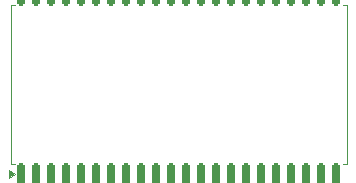
<source format=gto>
%TF.GenerationSoftware,KiCad,Pcbnew,8.0.7*%
%TF.CreationDate,2025-04-08T08:44:32+02:00*%
%TF.ProjectId,Am29F400B-MEGA-adapter,416d3239-4634-4303-9042-2d4d4547412d,rev?*%
%TF.SameCoordinates,Original*%
%TF.FileFunction,Legend,Top*%
%TF.FilePolarity,Positive*%
%FSLAX46Y46*%
G04 Gerber Fmt 4.6, Leading zero omitted, Abs format (unit mm)*
G04 Created by KiCad (PCBNEW 8.0.7) date 2025-04-08 08:44:32*
%MOMM*%
%LPD*%
G01*
G04 APERTURE LIST*
G04 Aperture macros list*
%AMRoundRect*
0 Rectangle with rounded corners*
0 $1 Rounding radius*
0 $2 $3 $4 $5 $6 $7 $8 $9 X,Y pos of 4 corners*
0 Add a 4 corners polygon primitive as box body*
4,1,4,$2,$3,$4,$5,$6,$7,$8,$9,$2,$3,0*
0 Add four circle primitives for the rounded corners*
1,1,$1+$1,$2,$3*
1,1,$1+$1,$4,$5*
1,1,$1+$1,$6,$7*
1,1,$1+$1,$8,$9*
0 Add four rect primitives between the rounded corners*
20,1,$1+$1,$2,$3,$4,$5,0*
20,1,$1+$1,$4,$5,$6,$7,0*
20,1,$1+$1,$6,$7,$8,$9,0*
20,1,$1+$1,$8,$9,$2,$3,0*%
G04 Aperture macros list end*
%ADD10C,0.120000*%
%ADD11RoundRect,0.150000X0.150000X-0.775000X0.150000X0.775000X-0.150000X0.775000X-0.150000X-0.775000X0*%
%ADD12O,1.700000X1.700000*%
%ADD13R,1.700000X1.700000*%
G04 APERTURE END LIST*
D10*
%TO.C,U2*%
X132290000Y-97760000D02*
X132605000Y-97760000D01*
X160710000Y-97760000D02*
X160395000Y-97760000D01*
X132290000Y-91000000D02*
X132290000Y-97760000D01*
X132290000Y-91000000D02*
X132290000Y-84240000D01*
X160710000Y-91000000D02*
X160710000Y-97760000D01*
X160710000Y-91000000D02*
X160710000Y-84240000D01*
X132290000Y-84240000D02*
X132605000Y-84240000D01*
X160710000Y-84240000D02*
X160395000Y-84240000D01*
X132605000Y-98575000D02*
X132135000Y-98915000D01*
X132135000Y-98235000D01*
X132605000Y-98575000D01*
G36*
X132605000Y-98575000D02*
G01*
X132135000Y-98915000D01*
X132135000Y-98235000D01*
X132605000Y-98575000D01*
G37*
%TD*%
%LPC*%
D11*
%TO.C,U2*%
X133165000Y-98575000D03*
X134435000Y-98575000D03*
X135705000Y-98575000D03*
X136975000Y-98575000D03*
X138245000Y-98575000D03*
X139515000Y-98575000D03*
X140785000Y-98575000D03*
X142055000Y-98575000D03*
X143325000Y-98575000D03*
X144595000Y-98575000D03*
X145865000Y-98575000D03*
X147135000Y-98575000D03*
X148405000Y-98575000D03*
X149675000Y-98575000D03*
X150945000Y-98575000D03*
X152215000Y-98575000D03*
X153485000Y-98575000D03*
X154755000Y-98575000D03*
X156025000Y-98575000D03*
X157295000Y-98575000D03*
X158565000Y-98575000D03*
X159835000Y-98575000D03*
X159835000Y-83425000D03*
X158565000Y-83425000D03*
X157295000Y-83425000D03*
X156025000Y-83425000D03*
X154755000Y-83425000D03*
X153485000Y-83425000D03*
X152215000Y-83425000D03*
X150945000Y-83425000D03*
X149675000Y-83425000D03*
X148405000Y-83425000D03*
X147135000Y-83425000D03*
X145865000Y-83425000D03*
X144595000Y-83425000D03*
X143325000Y-83425000D03*
X142055000Y-83425000D03*
X140785000Y-83425000D03*
X139515000Y-83425000D03*
X138245000Y-83425000D03*
X136975000Y-83425000D03*
X135705000Y-83425000D03*
X134435000Y-83425000D03*
X133165000Y-83425000D03*
%TD*%
D12*
%TO.C,U1*%
X116078000Y-112360000D03*
X118618000Y-112360000D03*
X116078000Y-109820000D03*
X118618000Y-109820000D03*
X116078000Y-107280000D03*
X118618000Y-107280000D03*
X116078000Y-104740000D03*
X118618000Y-104740000D03*
X116078000Y-102200000D03*
X118618000Y-102200000D03*
X116078000Y-99660000D03*
X118618000Y-99660000D03*
X116078000Y-97120000D03*
X118618000Y-97120000D03*
X116078000Y-94580000D03*
X118618000Y-94580000D03*
X116078000Y-92040000D03*
X118618000Y-92040000D03*
X116078000Y-89500000D03*
X118618000Y-89500000D03*
X116078000Y-86960000D03*
X118618000Y-86960000D03*
X116078000Y-84420000D03*
X118618000Y-84420000D03*
X116078000Y-81880000D03*
X118618000Y-81880000D03*
X116078000Y-79340000D03*
X118618000Y-79340000D03*
X116078000Y-76800000D03*
X118618000Y-76800000D03*
X116078000Y-74260000D03*
X118618000Y-74260000D03*
X116078000Y-71720000D03*
X118618000Y-71720000D03*
X116078000Y-69180000D03*
D13*
X118618000Y-69180000D03*
%TD*%
%LPD*%
M02*

</source>
